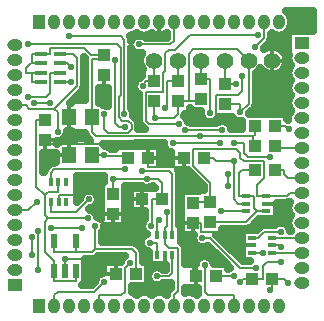
<source format=gbr>
G04 DipTrace 3.3.1.3*
G04 Top.gbr*
%MOMM*%
G04 #@! TF.FileFunction,Copper,L1,Top*
G04 #@! TF.Part,Single*
%AMOUTLINE0*
4,1,40,
0.6,0.58,
0.59817,0.60083,
0.59277,0.62103,
0.58393,0.64,
0.57193,0.65713,
0.55713,0.67193,
0.54,0.68393,
0.52103,0.69277,
0.50083,0.69817,
0.48,0.7,
-0.48,0.7,
-0.50083,0.69817,
-0.52103,0.69277,
-0.54,0.68393,
-0.55713,0.67193,
-0.57193,0.65713,
-0.58393,0.64,
-0.59277,0.62103,
-0.59817,0.60083,
-0.6,0.58,
-0.6,-0.58,
-0.59817,-0.60083,
-0.59277,-0.62103,
-0.58393,-0.64,
-0.57193,-0.65713,
-0.55713,-0.67193,
-0.54,-0.68393,
-0.52103,-0.69277,
-0.50083,-0.69817,
-0.48,-0.7,
0.48,-0.7,
0.50083,-0.69817,
0.52103,-0.69277,
0.54,-0.68393,
0.55713,-0.67193,
0.57193,-0.65713,
0.58393,-0.64,
0.59277,-0.62103,
0.59817,-0.60083,
0.6,-0.58,
0.6,0.58,
0*%
G04 #@! TA.AperFunction,Conductor*
%ADD13C,0.2032*%
%ADD14C,0.1524*%
G04 #@! TA.AperFunction,CopperBalancing*
%ADD15C,0.635*%
%ADD16C,0.32995*%
%ADD18R,1.1X1.0*%
%ADD19R,1.0X1.1*%
%ADD21R,0.7X0.4*%
%ADD23R,0.4X0.7*%
%ADD25R,0.8X0.35*%
G04 #@! TA.AperFunction,ComponentPad*
%ADD26R,1.3X1.0*%
%ADD27O,1.3X1.0*%
%ADD28R,1.0X1.3*%
%ADD29O,1.0X1.3*%
%ADD30C,1.4*%
%ADD32R,1.05X0.45*%
%ADD35R,0.55X1.2*%
G04 #@! TA.AperFunction,ViaPad*
%ADD36C,0.55*%
%ADD71OUTLINE0*%
%FSLAX35Y35*%
G04*
G71*
G90*
G75*
G01*
G04 Top*
%LPD*%
X3149998Y2649998D2*
D13*
Y2568178D1*
X3139838Y2558018D1*
X2690638D1*
X3139838D2*
Y2474998D1*
X3149998D1*
X1639998Y1415998D2*
Y1330598D1*
X1449998D1*
Y1415998D1*
X1339998Y3255998D2*
X1262098D1*
Y3175998D1*
X1256048D1*
X1215398Y3135348D1*
Y3095998D1*
X1262098D1*
Y3015998D1*
X1339998D1*
X1262098Y3175998D2*
X1339998D1*
X1449998Y1415998D2*
Y1501408D1*
X1371558Y1579848D1*
Y1833238D1*
X1402038Y1863718D1*
X1371558Y1894198D1*
Y2060628D1*
X1402038Y2091108D1*
X1488498D1*
Y2169998D1*
X1402038Y1863718D2*
X1741098D1*
X1262098Y3095998D2*
X1339998D1*
X1874998Y3244998D2*
X1768888D1*
X1709988Y3303898D1*
X1417908D1*
Y3255998D1*
X1339998D1*
X1774998Y2724998D2*
Y3209441D1*
X1874998D1*
Y3244998D1*
X2690638Y2558018D2*
X1810558D1*
X1774998Y2593578D1*
Y2724998D1*
X2388498Y1719998D2*
Y1645958D1*
X2424058Y1610398D1*
X2500398D1*
Y1247808D1*
X2467998Y1215408D1*
Y1124998D1*
X2404628Y1922198D2*
X2410628Y1916198D1*
Y1802528D1*
X2388498Y1780398D1*
Y1719998D1*
X1371558Y2060628D2*
X1299598Y2132588D1*
Y2694998D1*
X1374998D1*
X3372738Y1622358D2*
X3358598Y1636498D1*
X3294998D1*
X3129998Y1349998D2*
X3219128D1*
Y1457538D1*
X3254688Y1493098D1*
X3372738D1*
X3028258Y1325328D2*
X3052928Y1349998D1*
X3129998D1*
X3179638Y3417258D2*
D14*
X2603058D1*
X2478668Y3292868D1*
X2423348D1*
X2392868Y3262388D1*
Y3112878D1*
X2372858Y3092868D1*
Y2932868D1*
X2227128D1*
Y2691758D1*
X2257608Y2661278D1*
X2513188D1*
X1304298Y2005318D2*
X1233981Y1934998D1*
X1124998D1*
X1424458Y1778748D2*
X1690738D1*
X1313578Y1426998D2*
Y1757838D1*
X3153358Y3312748D2*
X3229998Y3389388D1*
Y3524998D1*
X3217258Y1569998D2*
X3124998D1*
X1263218Y1553998D2*
Y1708168D1*
X3549998Y2460998D2*
X3319998D1*
Y2474998D1*
X3549998Y1571998D2*
X3454608D1*
X3452608Y1569998D1*
X3294998D1*
X3549998Y1698998D2*
X3423631D1*
X3422631Y1699998D1*
X3294998D1*
X3166228Y1442738D2*
X3025718D1*
X2773158Y1695298D1*
X2708018D1*
X2342638Y1851958D2*
X2324998Y1834318D1*
Y1719998D1*
X2198138Y2269128D2*
X2424508D1*
X2454998Y2238638D1*
Y1719998D1*
X1578998Y3408788D2*
X2018108D1*
X2048588Y3378308D1*
Y2744868D1*
X2867738Y1924998D2*
X3079998D1*
X1874998Y1324188D2*
X1794158Y1243348D1*
X1482478D1*
X1451998Y1212868D1*
Y1124998D1*
X2175358Y3336268D2*
X2437518D1*
X2467998Y3366748D1*
Y3524998D1*
X2092088Y1483738D2*
X2052858Y1444508D1*
Y1243348D1*
X2022378Y1212868D1*
X1832998D1*
Y1124998D1*
X3372738Y1750358D2*
X3233218D1*
X3182858Y1699998D1*
X3124998D1*
X1695968Y2856148D2*
X1605478D1*
X1574998Y2825668D1*
Y2724998D1*
X2389998Y1549998D2*
Y1443998D1*
X1544998Y1415998D2*
Y1524018D1*
X2340998Y3417098D2*
X2129428D1*
X2098948Y3386618D1*
Y2815108D1*
X3152908Y3070238D2*
X3269518D1*
X3299998Y3100718D1*
Y3199998D1*
X2707288Y2692388D2*
X2796658D1*
X2827138Y2722868D1*
Y2907858D1*
X3012618D1*
X3043098Y2938338D1*
Y3070238D1*
X2624998Y1824998D2*
X2697858D1*
Y1747138D1*
X3036658D1*
X3067138Y1716658D1*
Y1634998D1*
X3124998D1*
X2389998Y1443998D2*
X2284938D1*
X2199998Y1528938D1*
Y1869515D1*
X2169515Y1899998D1*
X1949998D1*
X3036658Y1747138D2*
X3070358Y1780838D1*
X3282388D1*
X3312868Y1811318D1*
Y1989998D1*
X3249998D1*
X1374998Y2524998D2*
Y2430478D1*
X1405478Y2399998D1*
X1574998D1*
Y2724998D2*
Y2530968D1*
X1582618Y2523348D1*
X1552138Y2492868D1*
X1374998D1*
Y2524998D1*
X1698368Y2143998D2*
X1612228Y2057858D1*
X1489998D1*
Y1999998D1*
X1949998Y1899998D2*
X1829565D1*
X1799088Y1930475D1*
Y2113518D1*
X1768608Y2143998D1*
X1698368D1*
X2169515Y1899998D2*
X2199998Y1930481D1*
Y2024998D1*
X1544998Y1524018D2*
X1944508D1*
X1974998Y1493528D1*
Y1390998D1*
X1983018Y2492868D2*
X1613098D1*
X1582618Y2523348D1*
X2244998Y2374998D2*
Y2462385D1*
X2214515Y2492868D1*
X1983018D1*
X2505358Y2251778D2*
Y2272108D1*
X2477858Y2299608D1*
X2244998D1*
Y2374998D1*
X3045638Y2642028D2*
X2995278Y2692388D1*
X2857618D1*
X2827138Y2722868D1*
X2549998Y2181538D2*
X2555718Y2187258D1*
Y2296421D1*
X2549998Y2302141D1*
Y2374998D1*
X2624998Y1824998D2*
X2549998D1*
Y2181538D1*
X2649998Y1374998D2*
X2624998Y1384228D1*
Y1824998D1*
X1877738Y2856148D2*
X1874998Y2858888D1*
Y3074998D1*
X3439578Y2618108D2*
X3407688Y2649998D1*
X3319998D1*
X1499998Y3255998D2*
X1615128D1*
X1645608Y3225518D1*
Y2985828D1*
X1453778Y2793998D1*
X1242858D1*
X1212858Y2823998D1*
X1124998D1*
X1453778Y2793998D2*
X1484258Y2763518D1*
Y2594358D1*
X1595248Y3015998D2*
X1499998D1*
X1232738Y2894718D2*
X1384888D1*
X1415368Y2925198D1*
Y3095998D1*
X1499998D1*
X1283098Y2844358D2*
X1414298D1*
X1595248Y3145888D2*
X1565138Y3175998D1*
X1499998D1*
X3429858Y1317998D2*
X3397858Y1349998D1*
X3299998D1*
Y1274738D1*
X3280358Y1255098D1*
X1232738Y3336918D2*
X1987628D1*
X2018108Y3306438D1*
Y2908988D1*
X1998228Y2889108D1*
Y2722238D1*
X2028708Y2691758D1*
X2077538D1*
X2108018Y2661278D1*
Y2621518D1*
X2077538Y2591038D1*
X1908218D1*
X1877738Y2621518D1*
Y2743998D1*
X2144998Y1390998D2*
D13*
Y1571828D1*
X2109428Y1607398D1*
X1801638D1*
X1771158Y1576918D1*
X1639988D1*
X1449998D1*
Y1675998D1*
X2976088Y2498228D2*
X3059458D1*
Y2417818D1*
X3095018Y2382258D1*
X3283218D1*
X2899998Y2829998D2*
X3028298D1*
Y2762578D1*
X2719998Y2374998D2*
X2800401D1*
X2825001Y2350398D1*
X2976078D1*
X1774998Y2399998D2*
X1877738D1*
X1801638Y1799058D2*
Y1607398D1*
X2975358Y1374998D2*
X2819998D1*
X2309048Y2714178D2*
X2299998Y2723228D1*
Y2854998D1*
X2499998D2*
Y2749738D1*
X2464438Y2714178D1*
X2309048D1*
X3099998Y3199998D2*
X3004588Y3295408D1*
X2630968D1*
X2595408Y3259848D1*
Y2854998D1*
X2499998D1*
X3028298Y2762578D2*
X3099998Y2834278D1*
Y3199998D1*
X2976078Y2350398D2*
Y2294218D1*
X2978258Y2292038D1*
Y2025558D1*
X3013818Y1989998D1*
X3079998D1*
X1639998Y1675998D2*
X1639988Y1576918D1*
X1877738Y2399998D2*
X1887898Y2389838D1*
X2074998D1*
Y2374998D1*
X1949998Y2198888D2*
Y2069998D1*
X2238808Y2198888D2*
X1949998D1*
X2369998Y2024998D2*
Y2163328D1*
X2334438Y2198888D1*
X2238808D1*
X2272408Y1799058D2*
X2280398Y1807048D1*
Y2024998D1*
X2369998D1*
X2595408Y2854998D2*
X2679998D1*
X2699998Y2874998D1*
X3249998Y1924998D2*
D14*
X3173348D1*
X3078348Y1829998D1*
X2774998D1*
X3173348Y1924998D2*
X3142868Y1955478D1*
Y2054998D1*
X3079998D1*
X3249998Y1924998D2*
X3238268D1*
X3079998Y2054998D2*
X3017138D1*
Y2244518D1*
X3047618Y2274998D1*
X3154998D1*
X1748728Y2024948D2*
X1637858Y1914078D1*
X1424998D1*
Y1999998D1*
X2874998Y2610918D2*
X2562858D1*
X2050718Y2279728D2*
X1455488D1*
X1424998Y2249238D1*
Y2169998D1*
X1967748Y3203738D2*
Y2671878D1*
X1998228Y2641398D1*
X2050718D1*
X2262248Y1659738D2*
X2324998D1*
Y1549998D1*
X2699998Y3199998D2*
Y3044998D1*
X2774058D1*
Y2752258D1*
X2299998Y3199998D2*
Y3024998D1*
X2854898Y2498228D2*
X2457508D1*
X2299998Y3024998D2*
X2234748D1*
X2207248Y2997498D1*
Y2983228D1*
X2499998Y3024998D2*
Y3199998D1*
X2392738Y2799808D2*
X2407148Y2814218D1*
Y3024998D1*
X2499998D1*
X2992738Y2999998D2*
X2899998D1*
X2925358Y2139508D2*
Y2240228D1*
X2899998Y2999998D2*
Y3199998D1*
X2325358Y1373768D2*
X2424508D1*
X2454998Y1404258D1*
Y1549998D1*
X2727858Y1467738D2*
Y1243348D1*
X2758338Y1212868D1*
X2975998D1*
Y1124998D1*
X3549998Y2079998D2*
X3445848D1*
X3420848Y2054998D1*
X3249998D1*
X2774998Y1999998D2*
X2624998D1*
Y1994998D1*
X3249998Y2054998D2*
X3173358D1*
Y2146778D1*
X3232858Y2206278D1*
Y2347868D1*
X3056918D1*
X3026438Y2378348D1*
Y2417388D1*
X2995958Y2447868D1*
X2627858D1*
Y2308968D1*
X2774998Y2161828D1*
Y1999998D1*
X3549998Y2206998D2*
X3433358D1*
X3402878Y2237478D1*
Y2274998D1*
X3324998D1*
D36*
X3372738Y1622358D3*
Y1493098D3*
X2404628Y1922198D3*
X3028258Y1325328D3*
X1741098Y1863718D3*
X2690638Y2558018D3*
X2513188Y2661278D3*
X3179638Y3417258D3*
X1304298Y2005318D3*
X1690738Y1778748D3*
X1424458D3*
X1313578Y1757838D3*
Y1426998D3*
X3153358Y3312748D3*
X3217258Y1569998D3*
X1263218Y1708168D3*
Y1553998D3*
X2342638Y1851958D3*
X2708018Y1695298D3*
X3166228Y1442738D3*
X2198138Y2269128D3*
X2048588Y2744868D3*
X1578998Y3408788D3*
X2867738Y1924998D3*
X1874998Y1324188D3*
X2175358Y3336268D3*
X2092088Y1483738D3*
X3372738Y1750358D3*
X2098948Y2815108D3*
X2340998Y3417098D3*
X3152908Y3070238D3*
X3043098D3*
X1544998Y1524018D3*
X2505358Y2251778D3*
X1877738Y2856148D3*
X1695968D3*
X1983018Y2492868D3*
X2549998Y2181538D3*
X2707288Y2692388D3*
X1698368Y2143998D3*
X2389998Y1443998D3*
X3045638Y2642028D3*
X3439578Y2618108D3*
X1484258Y2594358D3*
X1595248Y3015998D3*
X1232738Y2894718D3*
X1595248Y3145888D3*
X1414298Y2844358D3*
X1283098D3*
X3280358Y1255098D3*
X3429858Y1317998D3*
X1877738Y2743998D3*
X1232738Y3336918D3*
X3283218Y2382258D3*
X2976088Y2498228D3*
X2272408Y1799058D3*
X2238808Y2198888D3*
X3028298Y2762578D3*
X2975358Y1374998D3*
X1877738Y2399998D3*
X1801638Y1799058D3*
X2309048Y2714178D3*
X1949998Y2198888D3*
X2976078Y2350398D3*
X1748728Y2024948D3*
X2562858Y2610918D3*
X2874998D3*
X2050718Y2279728D3*
Y2641398D3*
X1967748Y3203738D3*
X2262248Y1659738D3*
X2774058Y2752258D3*
X2207248Y2983228D3*
X2457508Y2498228D3*
X2854898D3*
X2392738Y2799808D3*
X2992738Y2999998D3*
X2925358Y2240228D3*
Y2139508D3*
X2325358Y1373768D3*
X2727858Y1467738D3*
X3461711Y3555081D2*
D15*
X3636863D1*
X3461256Y3491915D2*
X3636863D1*
X3288261Y3365581D2*
X3429141D1*
X3368013Y3302415D2*
X3429141D1*
X2112115Y3239248D2*
X2180717D1*
X2112115Y3176081D2*
X2176524D1*
X2112115Y3112915D2*
X2194115D1*
X3388248D2*
X3430600D1*
X2112115Y3049748D2*
X2162032D1*
X3166034D2*
X3440535D1*
X3166034Y2986581D2*
X3430691D1*
X1670331Y2923415D2*
X1708946D1*
X1841047D2*
X1904272D1*
X2112115D2*
X2152371D1*
X3166034D2*
X3440170D1*
X1841047Y2860248D2*
X1904272D1*
X2112115D2*
X2163673D1*
X3166034D2*
X3430782D1*
X2112115Y2797081D2*
X2163673D1*
X3153000D2*
X3439806D1*
X2131164Y2733915D2*
X2163673D1*
X2563925D2*
X2692865D1*
X2617701Y2670748D2*
X2820105D1*
X2929875D2*
X3039128D1*
X1549289Y2544415D2*
X1733373D1*
X1886347Y2481248D2*
X2376043D1*
X1365631Y2418081D2*
X1459115D1*
X2355839D2*
X2439115D1*
X1365631Y2354915D2*
X1459115D1*
X2355839D2*
X2439115D1*
X2518534Y2228581D2*
X2621043D1*
X1648638Y2165415D2*
X1844115D1*
X2518534D2*
X2684207D1*
X1648638Y2102248D2*
X1844115D1*
X2055878D2*
X2089115D1*
X2518534D2*
X2669076D1*
X2055878Y2039081D2*
X2089115D1*
X2055878Y1975915D2*
X2089115D1*
X3345865D2*
X3431785D1*
X1806868Y1912748D2*
X1844115D1*
X2055878D2*
X2214350D1*
X3345865D2*
X3437618D1*
X2055878Y1849581D2*
X2207878D1*
X3185084D2*
X3431967D1*
X1883977Y1786415D2*
X2190105D1*
X3121646D2*
X3182136D1*
X1867662Y1723248D2*
X2212345D1*
X2832349D2*
X3034115D1*
X2143834Y1660081D2*
X2178894D1*
X2539862D2*
X2633165D1*
X2895513D2*
X3034115D1*
X2566477Y1596915D2*
X2784376D1*
X2958677D2*
X3034115D1*
X1818716Y1533748D2*
X2027136D1*
X2211008D2*
X2249076D1*
X2566477D2*
X2681837D1*
X2773925D2*
X2847540D1*
X1723378Y1470581D2*
X1864076D1*
X1723378Y1407415D2*
X1864076D1*
X1723378Y1344248D2*
X1794259D1*
X2116399Y1281081D2*
X2434376D1*
X1585131Y2844528D2*
X1593990D1*
X1603222Y2852517D1*
X1612734Y2858346D1*
X1623041Y2862615D1*
X1633888Y2865219D1*
X1645032Y2866094D1*
X1710586Y2865873D1*
X1715308Y2888331D1*
X1715309Y3209460D1*
X1710181Y3219290D1*
X1702770Y3226701D1*
X1702582Y2981344D1*
X1699961Y2968168D1*
X1694336Y2955967D1*
X1686019Y2945417D1*
X1585155Y2844553D1*
X1593995Y2605468D2*
X1560490D1*
X1561288Y2594358D1*
X1560340Y2582308D1*
X1557518Y2570554D1*
X1552892Y2559387D1*
X1546577Y2549081D1*
X1538726Y2539890D1*
X1529535Y2532039D1*
X1519229Y2525724D1*
X1508062Y2521098D1*
X1496308Y2518276D1*
X1484258Y2517328D1*
X1474531Y2518001D1*
X1474528Y2490129D1*
X1482191Y2500133D1*
X1492584Y2508961D1*
X1501984Y2514174D1*
X1512123Y2517665D1*
X1522656Y2519338D1*
X1593990Y2519528D1*
X1603222Y2527517D1*
X1612734Y2533346D1*
X1623040Y2537615D1*
X1633888Y2540220D1*
X1645032Y2541094D1*
X1710564Y2540876D1*
X1721583Y2539130D1*
X1732193Y2535683D1*
X1742133Y2530618D1*
X1751158Y2524061D1*
X1755272Y2520256D1*
X1751852Y2532310D1*
X1729609Y2554812D1*
X1721814Y2566479D1*
X1716957Y2579644D1*
X1716041Y2584259D1*
X1645010Y2583901D1*
X1633888Y2584777D1*
X1623041Y2587381D1*
X1612734Y2591650D1*
X1603222Y2597479D1*
X1594724Y2604740D1*
X1865763Y2827186D2*
X1871694Y2820791D1*
X1883782D1*
X1895720Y2818900D1*
X1910585Y2813611D1*
X1910598Y2970381D1*
X1834692Y2970468D1*
X1834688Y2843491D1*
X1847234Y2839528D1*
X1859126Y2832761D1*
X1865133Y2827805D1*
X1465468Y2342053D2*
X1465195Y2420468D1*
X1359302D1*
X1359288Y2254490D1*
X1368551Y2258178D1*
X1372198Y2271109D1*
X1378762Y2282830D1*
X1390685Y2295747D1*
X1418372Y2323185D1*
X1429542Y2330649D1*
X1442147Y2335299D1*
X1455506Y2336878D1*
X1465659Y2337656D1*
X1465469Y2410013D1*
X1878308Y2484872D2*
X1880681Y2479411D1*
X1883782Y2476791D1*
X1895720Y2474900D1*
X1907216Y2471164D1*
X1917986Y2465677D1*
X1927765Y2458572D1*
X1936707Y2449524D1*
X1970385Y2449528D1*
X1970468Y2474528D1*
X2349528D1*
Y2326270D1*
X2428992Y2326102D1*
X2442185Y2323475D1*
X2445469Y2326801D1*
X2445458Y2422146D1*
X2433704Y2424968D1*
X2422537Y2429594D1*
X2412231Y2435909D1*
X2403040Y2443760D1*
X2395189Y2452951D1*
X2388874Y2463257D1*
X2384248Y2474424D1*
X2381426Y2486178D1*
X2380483Y2498346D1*
X1869854Y2497879D1*
X1876065Y2489142D1*
X1877912Y2485702D1*
X2100135Y2124528D2*
X2218716D1*
X2203837Y2130254D1*
X2193531Y2136569D1*
X2190210Y2139188D1*
X2049498Y2139198D1*
X2049529Y1795467D1*
X1878594D1*
X1876540Y1781076D1*
X1872804Y1769580D1*
X1867317Y1758810D1*
X1861338Y1750460D1*
X1861328Y1667170D1*
X2114111Y1666904D1*
X2127873Y1664167D1*
X2140616Y1658292D1*
X2151648Y1649592D1*
X2190387Y1610594D1*
X2198182Y1598927D1*
X2203039Y1585762D1*
X2204688Y1571810D1*
Y1490617D1*
X2249529Y1490527D1*
Y1387259D1*
X2252098Y1397572D1*
X2256724Y1408739D1*
X2263039Y1419045D1*
X2270890Y1428236D1*
X2280081Y1436087D1*
X2290387Y1442402D1*
X2301554Y1447028D1*
X2313308Y1449850D1*
X2325358Y1450798D1*
X2337408Y1449850D1*
X2349162Y1447028D1*
X2360329Y1442402D1*
X2370635Y1436087D1*
X2376929Y1430915D1*
X2397819Y1430918D1*
X2397848Y1465417D1*
X2255468Y1465468D1*
Y1582954D1*
X2244266Y1584836D1*
X2232770Y1588572D1*
X2222000Y1594059D1*
X2212221Y1601164D1*
X2203674Y1609711D1*
X2196569Y1619490D1*
X2191082Y1630260D1*
X2187346Y1641756D1*
X2185455Y1653694D1*
Y1665782D1*
X2187346Y1677720D1*
X2191082Y1689216D1*
X2196569Y1699986D1*
X2203674Y1709765D1*
X2212221Y1718312D1*
X2222000Y1725417D1*
X2235009Y1731730D1*
X2222381Y1740484D1*
X2213834Y1749031D1*
X2206729Y1758810D1*
X2201242Y1769580D1*
X2197506Y1781076D1*
X2195615Y1793014D1*
Y1805102D1*
X2197506Y1817040D1*
X2201242Y1828536D1*
X2206729Y1839306D1*
X2213834Y1849085D1*
X2220698Y1856076D1*
X2220528Y1925468D1*
X2095468D1*
Y2124528D1*
X2100135D1*
X2258929D2*
X2304528Y2124509D1*
X2268286Y2127722D1*
X2258723Y2124531D1*
X2287498Y2139198D1*
X2273779Y2130254D1*
X2268286Y2127722D1*
X1850469Y1858632D2*
Y2174527D1*
X1876738Y2175084D1*
X1873916Y2186838D1*
X1872968Y2198888D1*
X1873916Y2210938D1*
X1876706Y2222578D1*
X1642294D1*
X1642283Y1999378D1*
X1671757Y2028800D1*
X1673826Y2042930D1*
X1677562Y2054426D1*
X1683049Y2065196D1*
X1690154Y2074975D1*
X1698701Y2083522D1*
X1708480Y2090627D1*
X1719250Y2096114D1*
X1730746Y2099850D1*
X1742684Y2101741D1*
X1754772D1*
X1766710Y2099850D1*
X1778206Y2096114D1*
X1788976Y2090627D1*
X1798755Y2083522D1*
X1807302Y2074975D1*
X1814407Y2065196D1*
X1819894Y2054426D1*
X1823630Y2042930D1*
X1825521Y2030992D1*
Y2018904D1*
X1823630Y2006966D1*
X1819894Y1995470D1*
X1814407Y1984700D1*
X1807302Y1974921D1*
X1798755Y1966374D1*
X1788976Y1959269D1*
X1778206Y1953782D1*
X1766710Y1950046D1*
X1752671Y1948073D1*
X1747142Y1940511D1*
X1759080Y1938620D1*
X1770576Y1934884D1*
X1781346Y1929397D1*
X1791125Y1922292D1*
X1799672Y1913745D1*
X1806777Y1903966D1*
X1812264Y1893196D1*
X1816000Y1881700D1*
X1817332Y1874478D1*
X1831116Y1870224D1*
X1841886Y1864737D1*
X1850459Y1858583D1*
X1875135Y1490527D2*
X2015372D1*
X2017186Y1501720D1*
X2020922Y1513216D1*
X2026409Y1523986D1*
X2033514Y1533765D1*
X2042061Y1542312D1*
X2049266Y1547697D1*
X1826420Y1547708D1*
X1809924Y1531529D1*
X1798257Y1523733D1*
X1785092Y1518877D1*
X1771158Y1517228D1*
X1717109D1*
X1717029Y1306467D1*
X1694516D1*
X1692478Y1300498D1*
X1770408D1*
X1798024Y1328036D1*
X1800096Y1342170D1*
X1803832Y1353666D1*
X1809319Y1364436D1*
X1816424Y1374215D1*
X1824971Y1382762D1*
X1834750Y1389867D1*
X1845520Y1395354D1*
X1857016Y1399090D1*
X1870489Y1401041D1*
X1870469Y1490527D1*
X1875135D1*
X2249529Y1360280D2*
Y1291467D1*
X2109984D1*
X2110233Y1236778D1*
X2125086Y1231952D1*
X2139002Y1224861D1*
X2150463Y1216607D1*
X2161994Y1224861D1*
X2175910Y1231952D1*
X2190763Y1236778D1*
X2206189Y1239221D1*
X2221807D1*
X2237233Y1236778D1*
X2252086Y1231952D1*
X2266002Y1224861D1*
X2277463Y1216607D1*
X2288994Y1224861D1*
X2302910Y1231952D1*
X2317763Y1236778D1*
X2333189Y1239221D1*
X2348807D1*
X2364233Y1236778D1*
X2379086Y1231952D1*
X2393002Y1224861D1*
X2404463Y1216607D1*
X2408492Y1220091D1*
X2411229Y1233853D1*
X2417104Y1246596D1*
X2425804Y1257628D1*
X2440700Y1272524D1*
X2440708Y1318993D1*
X2428992Y1316794D1*
X2377021Y1316618D1*
X2365606Y1308089D1*
X2354836Y1302602D1*
X2343340Y1298866D1*
X2331402Y1296975D1*
X2319314D1*
X2307376Y1298866D1*
X2295880Y1302602D1*
X2285110Y1308089D1*
X2275331Y1315194D1*
X2266784Y1323741D1*
X2259679Y1333520D1*
X2254192Y1344290D1*
X2250456Y1355786D1*
X2249530Y1360443D1*
X2581557Y2275467D2*
X2498688D1*
X2505919Y2264584D1*
X2510569Y2251979D1*
X2512148Y2238620D1*
Y1804510D1*
X2524529Y1804527D1*
Y1664983D1*
X2535483Y1658688D1*
X2545787Y1649164D1*
X2553582Y1637497D1*
X2558439Y1624332D1*
X2560088Y1610398D1*
Y1474500D1*
X2651142Y1474528D1*
X2652956Y1485720D1*
X2656692Y1497216D1*
X2662179Y1507986D1*
X2669284Y1517765D1*
X2677831Y1526312D1*
X2687610Y1533417D1*
X2698380Y1538904D1*
X2709876Y1542640D1*
X2721814Y1544531D1*
X2733902D1*
X2745840Y1542640D1*
X2757336Y1538904D1*
X2768106Y1533417D1*
X2777885Y1526312D1*
X2786432Y1517765D1*
X2793537Y1507986D1*
X2799024Y1497216D1*
X2802760Y1485720D1*
X2804564Y1474509D1*
X2913069Y1474528D1*
X2754125Y1633508D1*
X2742989Y1626664D1*
X2731822Y1622038D1*
X2720068Y1619216D1*
X2708018Y1618268D1*
X2695968Y1619216D1*
X2684214Y1622038D1*
X2673047Y1626664D1*
X2662741Y1632979D1*
X2653550Y1640830D1*
X2645699Y1650021D1*
X2639384Y1660327D1*
X2634758Y1671494D1*
X2631936Y1683248D1*
X2630988Y1695298D1*
X2631936Y1707348D1*
X2635257Y1720454D1*
X2525469Y1720467D1*
Y2099527D1*
X2675404D1*
X2675468Y2104528D1*
X2717851D1*
X2717848Y2138084D1*
X2584400Y2271852D1*
X2581613Y2275390D1*
X2670692Y1275468D2*
X2560077D1*
X2559904Y1243125D1*
X2558434Y1233856D1*
X2579428Y1238303D1*
X2594998Y1239528D1*
X2610568Y1238303D1*
X2625754Y1234657D1*
X2640184Y1228680D1*
X2653500Y1220519D1*
X2658463Y1216607D1*
X2673217Y1226666D1*
X2670884Y1238864D1*
X2670708Y1275522D1*
X2924528Y1463135D2*
Y1434697D1*
X2940387Y1443632D1*
X2942855Y1444770D1*
X2924530Y1463103D1*
X3063802Y1769528D2*
X3171627D1*
X3196102Y1793815D1*
X3207272Y1801279D1*
X3219877Y1805929D1*
X3233236Y1807508D1*
X3321174D1*
X3332490Y1816037D1*
X3343260Y1821524D1*
X3354756Y1825260D1*
X3366694Y1827151D1*
X3378782D1*
X3390720Y1825260D1*
X3402216Y1821524D1*
X3412986Y1816037D1*
X3422765Y1808932D1*
X3431312Y1800385D1*
X3438417Y1790606D1*
X3443904Y1779836D1*
X3447640Y1768340D1*
X3449541Y1756142D1*
X3454477Y1757500D1*
X3458389Y1762463D1*
X3450135Y1773994D1*
X3443044Y1787910D1*
X3438218Y1802763D1*
X3435775Y1818189D1*
Y1833807D1*
X3438218Y1849233D1*
X3443044Y1864086D1*
X3450135Y1878002D1*
X3458389Y1889463D1*
X3450135Y1900994D1*
X3443044Y1914910D1*
X3438218Y1929763D1*
X3435775Y1945189D1*
Y1960807D1*
X3438218Y1976233D1*
X3443044Y1991086D1*
X3451169Y2006551D1*
X3442718Y2002198D1*
X3429788Y1998551D1*
X3420848Y1997848D1*
X3339455D1*
X3339529Y1857967D1*
X3187224D1*
X3115464Y1786541D1*
X3104294Y1779077D1*
X3091689Y1774427D1*
X3078348Y1772848D1*
X2874455D1*
X2874528Y1725468D1*
X2823760D1*
X3040497Y1508781D1*
X3040468Y1769528D1*
X3063802D1*
X3436107Y3449527D2*
X3643248Y3449998D1*
Y3618162D1*
X3418422Y3618248D1*
X3427376Y3610376D1*
X3437519Y3598500D1*
X3445680Y3585184D1*
X3451657Y3570754D1*
X3455303Y3555568D1*
X3456528Y3539998D1*
X3456221Y3502189D1*
X3453778Y3486763D1*
X3448952Y3471910D1*
X3441861Y3457994D1*
X3432681Y3445358D1*
X3421638Y3434315D1*
X3409002Y3425135D1*
X3395086Y3418044D1*
X3380233Y3413218D1*
X3364807Y3410775D1*
X3349189D1*
X3333763Y3413218D1*
X3318910Y3418044D1*
X3304994Y3425135D1*
X3293533Y3433389D1*
X3287155Y3428578D1*
X3286972Y3384904D1*
X3284351Y3371728D1*
X3278726Y3359527D1*
X3270396Y3348965D1*
X3230257Y3308825D1*
X3228458Y3295762D1*
X3243126Y3305131D1*
X3260169Y3312697D1*
X3278182Y3317520D1*
X3296727Y3319483D1*
X3315350Y3318538D1*
X3333600Y3314708D1*
X3351033Y3308085D1*
X3367223Y3298832D1*
X3381777Y3287174D1*
X3394340Y3273394D1*
X3404608Y3257827D1*
X3412329Y3240853D1*
X3417316Y3222885D1*
X3419448Y3204360D1*
X3418709Y3186030D1*
X3415092Y3167736D1*
X3408674Y3150228D1*
X3399610Y3133931D1*
X3388122Y3119242D1*
X3374490Y3106519D1*
X3359044Y3096070D1*
X3342161Y3088151D1*
X3324252Y3082955D1*
X3305753Y3080607D1*
X3287114Y3081164D1*
X3268788Y3084614D1*
X3251222Y3090873D1*
X3234843Y3099787D1*
X3220050Y3111140D1*
X3207202Y3124656D1*
X3200009Y3134542D1*
X3190889Y3122369D1*
X3177627Y3109107D1*
X3162452Y3098082D1*
X3159669Y3096523D1*
X3159504Y2829595D1*
X3156767Y2815833D1*
X3150892Y2803090D1*
X3142192Y2792058D1*
X3104889Y2754754D1*
X3104181Y2749531D1*
X3424528Y2749528D1*
Y2704593D1*
X3436693Y2699428D1*
X3435468Y2714998D1*
X3436693Y2730568D1*
X3440339Y2745754D1*
X3446316Y2760184D1*
X3454477Y2773500D1*
X3458389Y2778463D1*
X3450135Y2789994D1*
X3443044Y2803910D1*
X3438218Y2818763D1*
X3435775Y2834189D1*
Y2849807D1*
X3438218Y2865233D1*
X3443044Y2880086D1*
X3450135Y2894002D1*
X3458389Y2905463D1*
X3450135Y2916994D1*
X3443044Y2930910D1*
X3438218Y2945763D1*
X3435775Y2961189D1*
Y2976807D1*
X3438218Y2992233D1*
X3443044Y3007086D1*
X3450135Y3021002D1*
X3458389Y3032463D1*
X3450135Y3043994D1*
X3443044Y3057910D1*
X3438218Y3072763D1*
X3435775Y3088189D1*
Y3103807D1*
X3438218Y3119233D1*
X3443044Y3134086D1*
X3450135Y3148002D1*
X3458389Y3159463D1*
X3450135Y3170994D1*
X3443044Y3184910D1*
X3438218Y3199763D1*
X3435775Y3215189D1*
Y3230807D1*
X3438218Y3246233D1*
X3439420Y3250493D1*
X3435469Y3250467D1*
Y3448801D1*
X2150463Y3433389D2*
X2139002Y3425135D1*
X2125086Y3418044D1*
X2110233Y3413218D1*
X2095565Y3410865D1*
X2101388Y3400178D1*
X2105034Y3387248D1*
X2105738Y3369285D1*
X2113039Y3381545D1*
X2120890Y3390736D1*
X2130081Y3398587D1*
X2140387Y3404902D1*
X2151554Y3409528D1*
X2163308Y3412350D1*
X2175358Y3413298D1*
X2187408Y3412350D1*
X2199162Y3409528D1*
X2210329Y3404902D1*
X2220635Y3398587D1*
X2226929Y3393415D1*
X2410788Y3393418D1*
X2410848Y3428454D1*
X2404533Y3433389D1*
X2392109Y3424594D1*
X2379630Y3418271D1*
X2366389Y3413761D1*
X2352646Y3411152D1*
X2338673Y3410495D1*
X2324746Y3411804D1*
X2311140Y3415052D1*
X2298123Y3420176D1*
X2285954Y3427074D1*
X2277527Y3433359D1*
X2266002Y3425135D1*
X2252086Y3418044D1*
X2237233Y3413218D1*
X2221807Y3410775D1*
X2206189D1*
X2190763Y3413218D1*
X2175910Y3418044D1*
X2161994Y3425135D1*
X2150533Y3433389D1*
X2203455Y3129538D2*
X2193496Y3145733D1*
X2186318Y3163061D1*
X2181940Y3181299D1*
X2180468Y3199998D1*
X2181940Y3218697D1*
X2186318Y3236935D1*
X2193496Y3254263D1*
X2198265Y3262727D1*
X2187408Y3260186D1*
X2175358Y3259238D1*
X2163308Y3260186D1*
X2151554Y3263008D1*
X2140387Y3267634D1*
X2130081Y3273949D1*
X2120890Y3281800D1*
X2113039Y3290991D1*
X2105745Y3303421D1*
X2105738Y2796524D1*
X2114267Y2785116D1*
X2119754Y2774346D1*
X2123490Y2762850D1*
X2125381Y2750912D1*
Y2738824D1*
X2123432Y2726681D1*
X2151475Y2698394D1*
X2158939Y2687224D1*
X2163589Y2674619D1*
X2165168Y2661278D1*
Y2621500D1*
X2183891Y2617708D1*
X2220492Y2617821D1*
X2183671Y2654642D1*
X2176207Y2665812D1*
X2171557Y2678417D1*
X2169978Y2691776D1*
Y2915886D1*
X2157221Y2924654D1*
X2148674Y2933201D1*
X2141569Y2942980D1*
X2136082Y2953750D1*
X2132346Y2965246D1*
X2130455Y2977184D1*
Y2989272D1*
X2132346Y3001210D1*
X2136082Y3012706D1*
X2141569Y3023476D1*
X2148674Y3033255D1*
X2157221Y3041802D1*
X2167000Y3048907D1*
X2177770Y3054394D1*
X2186196Y3057264D1*
X2197646Y3068466D1*
X2200469Y3083801D1*
Y3129527D1*
X2203477D1*
X2599528Y2795374D2*
Y2750468D1*
X2559697D1*
X2558953Y2740400D1*
X2555137Y2726879D1*
X2567656Y2715746D1*
X2575507Y2706555D1*
X2581822Y2696249D1*
X2586711Y2684149D1*
X2597829Y2679552D1*
X2608135Y2673237D1*
X2614429Y2668065D1*
X2823262Y2668068D1*
X2834750Y2676597D1*
X2845520Y2682084D1*
X2857016Y2685820D1*
X2868954Y2687711D1*
X2881042D1*
X2892980Y2685820D1*
X2904476Y2682084D1*
X2915246Y2676597D1*
X2925025Y2669492D1*
X2933572Y2660945D1*
X2940677Y2651166D1*
X2946164Y2640396D1*
X2949900Y2628900D1*
X2951704Y2617689D1*
X3045469Y2617708D1*
Y2687459D1*
X3034342Y2685785D1*
X3022254D1*
X3010316Y2687676D1*
X2998820Y2691412D1*
X2988050Y2696899D1*
X2978271Y2704004D1*
X2969724Y2712551D1*
X2960853Y2725484D1*
X2846312Y2725468D1*
X2839737Y2712010D1*
X2832632Y2702231D1*
X2824085Y2693684D1*
X2814306Y2686579D1*
X2803536Y2681092D1*
X2792040Y2677356D1*
X2780102Y2675465D1*
X2768014D1*
X2756076Y2677356D1*
X2744580Y2681092D1*
X2733810Y2686579D1*
X2724031Y2693684D1*
X2715484Y2702231D1*
X2708379Y2712010D1*
X2702892Y2722780D1*
X2699156Y2734276D1*
X2697265Y2746214D1*
Y2758302D1*
X2699227Y2770490D1*
X2600468Y2770468D1*
Y2795351D1*
X3049325Y1499888D2*
X3095718D1*
X3069528Y1500468D1*
X3115192D1*
X1574998Y2844566D2*
D16*
Y2605430D1*
Y2519566D2*
Y2399998D1*
X1465430D2*
X1574998D1*
X2199998Y2124436D2*
Y1925559D1*
X2095560Y2024998D2*
X2199998D1*
X2244998Y2474436D2*
Y2374998D1*
X2349437D1*
X1949998Y1899998D2*
Y1795559D1*
X1850560Y1899998D2*
X2049437D1*
X1974998Y1490436D2*
Y1390998D1*
X1870560D2*
X1974998D1*
X2549998Y2374998D2*
Y2275558D1*
X2445560Y2374998D2*
X2549998D1*
X2624998Y1824998D2*
Y1720558D1*
X2525560Y1824998D2*
X2624998D1*
X2649998Y1474437D2*
Y1275559D1*
X1874998Y3074998D2*
Y2970559D1*
X1374998Y2524998D2*
Y2420559D1*
Y2524998D2*
X1474437D1*
X3040559Y1634998D2*
X3124998D1*
X2389998Y1549998D2*
Y1465559D1*
X3249998Y1989998D2*
X3339438D1*
X2340998Y3524998D2*
Y3410559D1*
X3299998Y3319437D2*
Y3080559D1*
Y3199998D2*
X3419437D1*
D71*
X1574998Y2724998D3*
X1774998D3*
X1574998Y2399998D3*
X1774998D3*
D18*
X2199998Y2024998D3*
X2369998D3*
X2244998Y2374998D3*
X2074998D3*
D19*
X1949998Y1899998D3*
Y2069998D3*
D18*
X1974998Y1390998D3*
X2144998D3*
X2549998Y2374998D3*
X2719998D3*
D19*
X2624998Y1824998D3*
Y1994998D3*
D18*
X2649998Y1374998D3*
X2819998D3*
D19*
X1874998Y3074998D3*
Y3244998D3*
X1374998Y2524998D3*
Y2694998D3*
D21*
X3124998Y1699998D3*
Y1634998D3*
Y1569998D3*
X3294998D3*
Y1699998D3*
Y1636498D3*
D23*
X2324998Y1549998D3*
X2389998D3*
X2454998D3*
Y1719998D3*
X2324998D3*
X2388498D3*
D25*
X3249998Y1924998D3*
Y1989998D3*
Y2054998D3*
X3079998D3*
Y1989998D3*
Y1924998D3*
D26*
X1124998Y1299998D3*
D27*
Y1426998D3*
Y1553998D3*
Y1680998D3*
Y1807998D3*
Y1934998D3*
Y2061998D3*
Y2188998D3*
Y2315998D3*
Y2442998D3*
Y2569998D3*
Y2696998D3*
Y2823998D3*
Y2950998D3*
Y3077998D3*
Y3204998D3*
Y3331998D3*
D26*
X3549998Y3349998D3*
D27*
Y3222998D3*
Y3095998D3*
Y2968998D3*
Y2841998D3*
Y2714998D3*
Y2587998D3*
Y2460998D3*
Y2333998D3*
Y2206998D3*
Y2079998D3*
Y1952998D3*
Y1825998D3*
Y1698998D3*
Y1571998D3*
Y1444998D3*
Y1317998D3*
D28*
X1324998Y3524998D3*
D29*
X1451998D3*
X1578998D3*
X1705998D3*
X1832998D3*
X1959998D3*
X2086998D3*
X2213998D3*
X2340998D3*
X2467998D3*
X2594998D3*
X2721998D3*
X2848998D3*
X2975998D3*
X3102998D3*
X3229998D3*
X3356998D3*
D28*
X1324998Y1124998D3*
D29*
X1451998D3*
X1578998D3*
X1705998D3*
X1832998D3*
X1959998D3*
X2086998D3*
X2213998D3*
X2340998D3*
X2467998D3*
X2594998D3*
X2721998D3*
X2848998D3*
X2975998D3*
X3102998D3*
X3229998D3*
X3356998D3*
D30*
X2299998Y3199998D3*
X2499998D3*
X2699998D3*
X2899998D3*
X3099998D3*
X3299998D3*
D19*
X2774998Y1999998D3*
Y1829998D3*
D18*
X3324998Y2274998D3*
X3154998D3*
X3299998Y1349998D3*
X3129998D3*
D23*
X1424998Y1999998D3*
X1489998D3*
X1554998D3*
Y2169998D3*
X1424998D3*
X1488498D3*
D19*
X2299998Y3024998D3*
Y2854998D3*
X2499998Y3024998D3*
Y2854998D3*
X2899998Y2999998D3*
Y2829998D3*
X2699998Y2874998D3*
Y3044998D3*
D32*
X1499998Y3015998D3*
Y3095998D3*
Y3175998D3*
Y3255998D3*
X1339998D3*
Y3175998D3*
Y3095998D3*
Y3015998D3*
D35*
X1449998Y1415998D3*
X1544998D3*
X1639998D3*
Y1675998D3*
X1449998D3*
D18*
X3149998Y2649998D3*
X3319998D3*
X3149998Y2474998D3*
X3319998D3*
M02*

</source>
